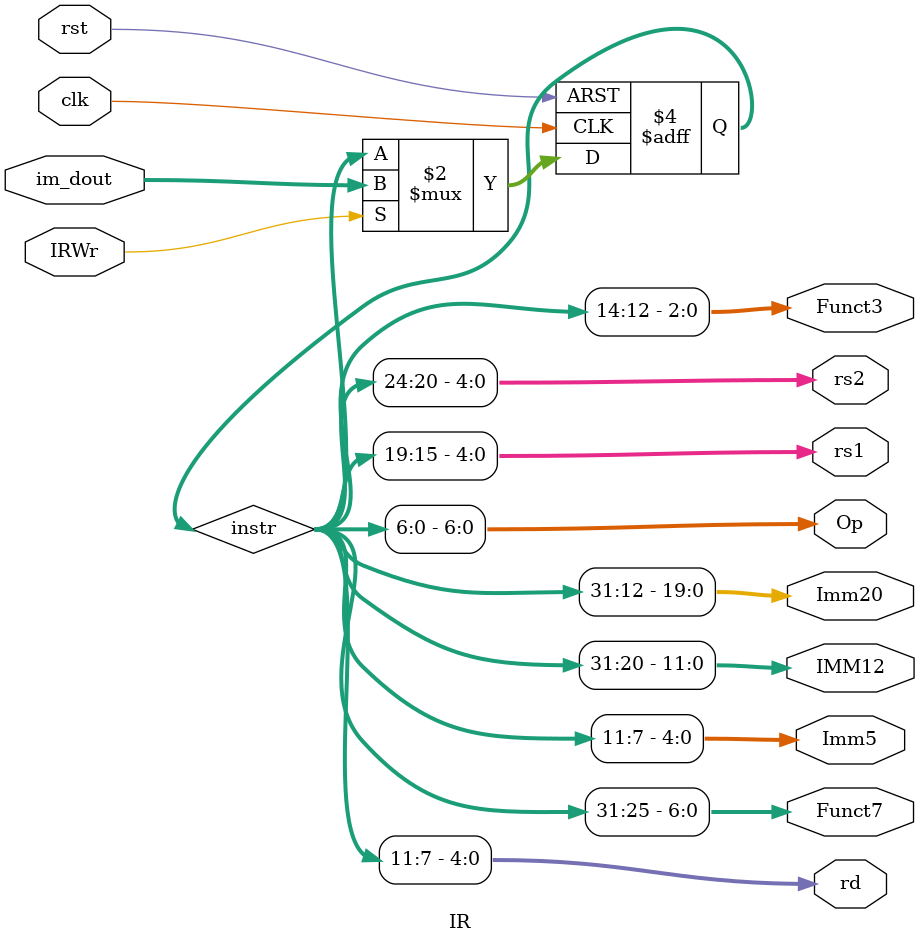
<source format=v>
module IR( rst, IRWr, im_dout, clk,Op,rs1,rs2,rd,Funct3,Funct7,Imm5,IMM12,Imm20);
               
   input         rst;
   input         IRWr;
   input         clk;
   input  [31:0] im_dout;
   output wire [6:0] Op;
   output wire [4:0] rs1,rs2,rd;
   output wire [2:0]Funct3;
   output wire [6:0]Funct7;
   output wire [4:0] Imm5;
   output wire [11:0] IMM12;
   output wire [19:0] Imm20;
   
   
   reg [31:0] instr;  
   assign Op = instr[6:0];
   assign Funct3 = instr[14:12];
   assign Funct7 = instr[31:25];
   assign rs1 = instr[19:15];
   assign rs2 = instr[24:20];
   assign rd = instr[11:7];
   assign Imm5 = instr[11:7];
   assign IMM12 = instr[31:20];
   assign Imm20 = instr[31:12];

               
always @(posedge clk or posedge rst) begin
      if ( rst ) 
         instr <= 0;
      else if (IRWr)
         instr <= im_dout;
   end 
      
endmodule

</source>
